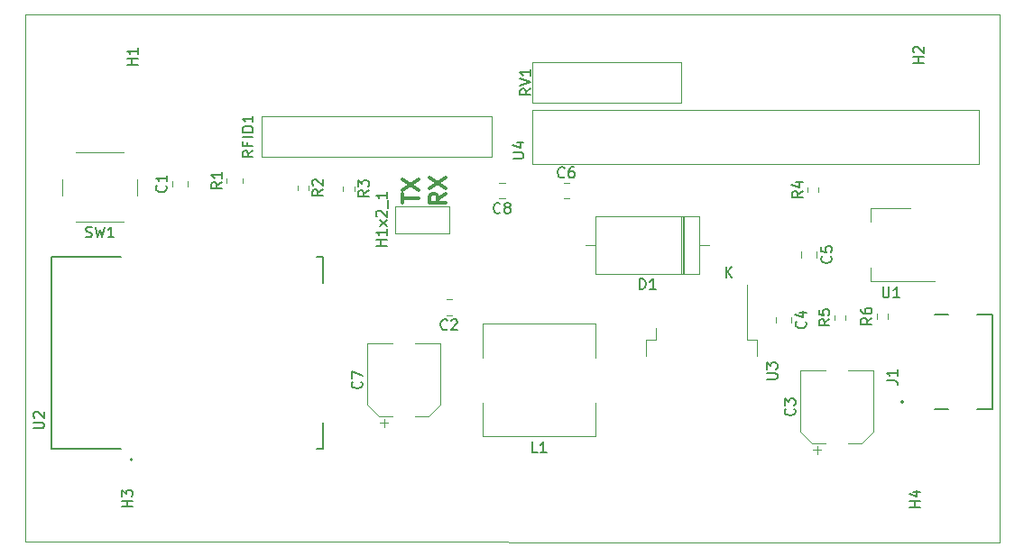
<source format=gbr>
%TF.GenerationSoftware,KiCad,Pcbnew,(6.0.8)*%
%TF.CreationDate,2022-12-01T23:18:13-05:00*%
%TF.ProjectId,HardwareDesign,48617264-7761-4726-9544-657369676e2e,1.0.*%
%TF.SameCoordinates,Original*%
%TF.FileFunction,Legend,Top*%
%TF.FilePolarity,Positive*%
%FSLAX46Y46*%
G04 Gerber Fmt 4.6, Leading zero omitted, Abs format (unit mm)*
G04 Created by KiCad (PCBNEW (6.0.8)) date 2022-12-01 23:18:13*
%MOMM*%
%LPD*%
G01*
G04 APERTURE LIST*
%TA.AperFunction,Profile*%
%ADD10C,0.100000*%
%TD*%
%ADD11C,0.300000*%
%ADD12C,0.150000*%
%ADD13C,0.120000*%
%ADD14C,0.127000*%
%ADD15C,0.200000*%
G04 APERTURE END LIST*
D10*
X119380000Y-74828400D02*
X119405400Y-124434600D01*
X119405400Y-124434600D02*
X210845400Y-124460000D01*
X210820000Y-74853800D02*
X119380000Y-74828400D01*
X210845400Y-124460000D02*
X210820000Y-74853800D01*
D11*
X158844371Y-91690000D02*
X158130085Y-92190000D01*
X158844371Y-92547142D02*
X157344371Y-92547142D01*
X157344371Y-91975714D01*
X157415800Y-91832857D01*
X157487228Y-91761428D01*
X157630085Y-91690000D01*
X157844371Y-91690000D01*
X157987228Y-91761428D01*
X158058657Y-91832857D01*
X158130085Y-91975714D01*
X158130085Y-92547142D01*
X157344371Y-91190000D02*
X158844371Y-90190000D01*
X157344371Y-90190000D02*
X158844371Y-91190000D01*
X154804371Y-92582857D02*
X154804371Y-91725714D01*
X156304371Y-92154285D02*
X154804371Y-92154285D01*
X154804371Y-91368571D02*
X156304371Y-90368571D01*
X154804371Y-90368571D02*
X156304371Y-91368571D01*
D12*
%TO.C,R3*%
X151640780Y-91403466D02*
X151164590Y-91736800D01*
X151640780Y-91974895D02*
X150640780Y-91974895D01*
X150640780Y-91593942D01*
X150688400Y-91498704D01*
X150736019Y-91451085D01*
X150831257Y-91403466D01*
X150974114Y-91403466D01*
X151069352Y-91451085D01*
X151116971Y-91498704D01*
X151164590Y-91593942D01*
X151164590Y-91974895D01*
X150640780Y-91070133D02*
X150640780Y-90451085D01*
X151021733Y-90784419D01*
X151021733Y-90641561D01*
X151069352Y-90546323D01*
X151116971Y-90498704D01*
X151212209Y-90451085D01*
X151450304Y-90451085D01*
X151545542Y-90498704D01*
X151593161Y-90546323D01*
X151640780Y-90641561D01*
X151640780Y-90927276D01*
X151593161Y-91022514D01*
X151545542Y-91070133D01*
%TO.C,U2*%
X120187380Y-113766904D02*
X120996904Y-113766904D01*
X121092142Y-113719285D01*
X121139761Y-113671666D01*
X121187380Y-113576428D01*
X121187380Y-113385952D01*
X121139761Y-113290714D01*
X121092142Y-113243095D01*
X120996904Y-113195476D01*
X120187380Y-113195476D01*
X120282619Y-112766904D02*
X120235000Y-112719285D01*
X120187380Y-112624047D01*
X120187380Y-112385952D01*
X120235000Y-112290714D01*
X120282619Y-112243095D01*
X120377857Y-112195476D01*
X120473095Y-112195476D01*
X120615952Y-112243095D01*
X121187380Y-112814523D01*
X121187380Y-112195476D01*
%TO.C,C5*%
X195000942Y-97601066D02*
X195048561Y-97648685D01*
X195096180Y-97791542D01*
X195096180Y-97886780D01*
X195048561Y-98029638D01*
X194953323Y-98124876D01*
X194858085Y-98172495D01*
X194667609Y-98220114D01*
X194524752Y-98220114D01*
X194334276Y-98172495D01*
X194239038Y-98124876D01*
X194143800Y-98029638D01*
X194096180Y-97886780D01*
X194096180Y-97791542D01*
X194143800Y-97648685D01*
X194191419Y-97601066D01*
X194096180Y-96696304D02*
X194096180Y-97172495D01*
X194572371Y-97220114D01*
X194524752Y-97172495D01*
X194477133Y-97077257D01*
X194477133Y-96839161D01*
X194524752Y-96743923D01*
X194572371Y-96696304D01*
X194667609Y-96648685D01*
X194905704Y-96648685D01*
X195000942Y-96696304D01*
X195048561Y-96743923D01*
X195096180Y-96839161D01*
X195096180Y-97077257D01*
X195048561Y-97172495D01*
X195000942Y-97220114D01*
%TO.C,H1x2_1*%
X153334980Y-96632400D02*
X152334980Y-96632400D01*
X152811171Y-96632400D02*
X152811171Y-96060971D01*
X153334980Y-96060971D02*
X152334980Y-96060971D01*
X153334980Y-95060971D02*
X153334980Y-95632400D01*
X153334980Y-95346685D02*
X152334980Y-95346685D01*
X152477838Y-95441923D01*
X152573076Y-95537161D01*
X152620695Y-95632400D01*
X153334980Y-94727638D02*
X152668314Y-94203828D01*
X152668314Y-94727638D02*
X153334980Y-94203828D01*
X152430219Y-93870495D02*
X152382600Y-93822876D01*
X152334980Y-93727638D01*
X152334980Y-93489542D01*
X152382600Y-93394304D01*
X152430219Y-93346685D01*
X152525457Y-93299066D01*
X152620695Y-93299066D01*
X152763552Y-93346685D01*
X153334980Y-93918114D01*
X153334980Y-93299066D01*
X153430219Y-93108590D02*
X153430219Y-92346685D01*
X153334980Y-91584780D02*
X153334980Y-92156209D01*
X153334980Y-91870495D02*
X152334980Y-91870495D01*
X152477838Y-91965733D01*
X152573076Y-92060971D01*
X152620695Y-92156209D01*
%TO.C,R2*%
X147348180Y-91327266D02*
X146871990Y-91660600D01*
X147348180Y-91898695D02*
X146348180Y-91898695D01*
X146348180Y-91517742D01*
X146395800Y-91422504D01*
X146443419Y-91374885D01*
X146538657Y-91327266D01*
X146681514Y-91327266D01*
X146776752Y-91374885D01*
X146824371Y-91422504D01*
X146871990Y-91517742D01*
X146871990Y-91898695D01*
X146443419Y-90946314D02*
X146395800Y-90898695D01*
X146348180Y-90803457D01*
X146348180Y-90565361D01*
X146395800Y-90470123D01*
X146443419Y-90422504D01*
X146538657Y-90374885D01*
X146633895Y-90374885D01*
X146776752Y-90422504D01*
X147348180Y-90993933D01*
X147348180Y-90374885D01*
%TO.C,U4*%
X165187380Y-88391904D02*
X165996904Y-88391904D01*
X166092142Y-88344285D01*
X166139761Y-88296666D01*
X166187380Y-88201428D01*
X166187380Y-88010952D01*
X166139761Y-87915714D01*
X166092142Y-87868095D01*
X165996904Y-87820476D01*
X165187380Y-87820476D01*
X165520714Y-86915714D02*
X166187380Y-86915714D01*
X165139761Y-87153809D02*
X165854047Y-87391904D01*
X165854047Y-86772857D01*
%TO.C,R6*%
X198844180Y-103392266D02*
X198367990Y-103725600D01*
X198844180Y-103963695D02*
X197844180Y-103963695D01*
X197844180Y-103582742D01*
X197891800Y-103487504D01*
X197939419Y-103439885D01*
X198034657Y-103392266D01*
X198177514Y-103392266D01*
X198272752Y-103439885D01*
X198320371Y-103487504D01*
X198367990Y-103582742D01*
X198367990Y-103963695D01*
X197844180Y-102535123D02*
X197844180Y-102725600D01*
X197891800Y-102820838D01*
X197939419Y-102868457D01*
X198082276Y-102963695D01*
X198272752Y-103011314D01*
X198653704Y-103011314D01*
X198748942Y-102963695D01*
X198796561Y-102916076D01*
X198844180Y-102820838D01*
X198844180Y-102630361D01*
X198796561Y-102535123D01*
X198748942Y-102487504D01*
X198653704Y-102439885D01*
X198415609Y-102439885D01*
X198320371Y-102487504D01*
X198272752Y-102535123D01*
X198225133Y-102630361D01*
X198225133Y-102820838D01*
X198272752Y-102916076D01*
X198320371Y-102963695D01*
X198415609Y-103011314D01*
%TO.C,R5*%
X194881780Y-103519266D02*
X194405590Y-103852600D01*
X194881780Y-104090695D02*
X193881780Y-104090695D01*
X193881780Y-103709742D01*
X193929400Y-103614504D01*
X193977019Y-103566885D01*
X194072257Y-103519266D01*
X194215114Y-103519266D01*
X194310352Y-103566885D01*
X194357971Y-103614504D01*
X194405590Y-103709742D01*
X194405590Y-104090695D01*
X193881780Y-102614504D02*
X193881780Y-103090695D01*
X194357971Y-103138314D01*
X194310352Y-103090695D01*
X194262733Y-102995457D01*
X194262733Y-102757361D01*
X194310352Y-102662123D01*
X194357971Y-102614504D01*
X194453209Y-102566885D01*
X194691304Y-102566885D01*
X194786542Y-102614504D01*
X194834161Y-102662123D01*
X194881780Y-102757361D01*
X194881780Y-102995457D01*
X194834161Y-103090695D01*
X194786542Y-103138314D01*
%TO.C,RFID1*%
X140787380Y-87693333D02*
X140311190Y-88026666D01*
X140787380Y-88264761D02*
X139787380Y-88264761D01*
X139787380Y-87883809D01*
X139835000Y-87788571D01*
X139882619Y-87740952D01*
X139977857Y-87693333D01*
X140120714Y-87693333D01*
X140215952Y-87740952D01*
X140263571Y-87788571D01*
X140311190Y-87883809D01*
X140311190Y-88264761D01*
X140263571Y-86931428D02*
X140263571Y-87264761D01*
X140787380Y-87264761D02*
X139787380Y-87264761D01*
X139787380Y-86788571D01*
X140787380Y-86407619D02*
X139787380Y-86407619D01*
X140787380Y-85931428D02*
X139787380Y-85931428D01*
X139787380Y-85693333D01*
X139835000Y-85550476D01*
X139930238Y-85455238D01*
X140025476Y-85407619D01*
X140215952Y-85360000D01*
X140358809Y-85360000D01*
X140549285Y-85407619D01*
X140644523Y-85455238D01*
X140739761Y-85550476D01*
X140787380Y-85693333D01*
X140787380Y-85931428D01*
X140787380Y-84407619D02*
X140787380Y-84979047D01*
X140787380Y-84693333D02*
X139787380Y-84693333D01*
X139930238Y-84788571D01*
X140025476Y-84883809D01*
X140073095Y-84979047D01*
%TO.C,L1*%
X167473333Y-116022380D02*
X166997142Y-116022380D01*
X166997142Y-115022380D01*
X168330476Y-116022380D02*
X167759047Y-116022380D01*
X168044761Y-116022380D02*
X168044761Y-115022380D01*
X167949523Y-115165238D01*
X167854285Y-115260476D01*
X167759047Y-115308095D01*
%TO.C,C6*%
X170013333Y-90117142D02*
X169965714Y-90164761D01*
X169822857Y-90212380D01*
X169727619Y-90212380D01*
X169584761Y-90164761D01*
X169489523Y-90069523D01*
X169441904Y-89974285D01*
X169394285Y-89783809D01*
X169394285Y-89640952D01*
X169441904Y-89450476D01*
X169489523Y-89355238D01*
X169584761Y-89260000D01*
X169727619Y-89212380D01*
X169822857Y-89212380D01*
X169965714Y-89260000D01*
X170013333Y-89307619D01*
X170870476Y-89212380D02*
X170680000Y-89212380D01*
X170584761Y-89260000D01*
X170537142Y-89307619D01*
X170441904Y-89450476D01*
X170394285Y-89640952D01*
X170394285Y-90021904D01*
X170441904Y-90117142D01*
X170489523Y-90164761D01*
X170584761Y-90212380D01*
X170775238Y-90212380D01*
X170870476Y-90164761D01*
X170918095Y-90117142D01*
X170965714Y-90021904D01*
X170965714Y-89783809D01*
X170918095Y-89688571D01*
X170870476Y-89640952D01*
X170775238Y-89593333D01*
X170584761Y-89593333D01*
X170489523Y-89640952D01*
X170441904Y-89688571D01*
X170394285Y-89783809D01*
%TO.C,H2*%
X203728980Y-79451104D02*
X202728980Y-79451104D01*
X203205171Y-79451104D02*
X203205171Y-78879676D01*
X203728980Y-78879676D02*
X202728980Y-78879676D01*
X202824219Y-78451104D02*
X202776600Y-78403485D01*
X202728980Y-78308247D01*
X202728980Y-78070152D01*
X202776600Y-77974914D01*
X202824219Y-77927295D01*
X202919457Y-77879676D01*
X203014695Y-77879676D01*
X203157552Y-77927295D01*
X203728980Y-78498723D01*
X203728980Y-77879676D01*
%TO.C,H4*%
X203398780Y-121183304D02*
X202398780Y-121183304D01*
X202874971Y-121183304D02*
X202874971Y-120611876D01*
X203398780Y-120611876D02*
X202398780Y-120611876D01*
X202732114Y-119707114D02*
X203398780Y-119707114D01*
X202351161Y-119945209D02*
X203065447Y-120183304D01*
X203065447Y-119564257D01*
%TO.C,H1*%
X129966580Y-79603504D02*
X128966580Y-79603504D01*
X129442771Y-79603504D02*
X129442771Y-79032076D01*
X129966580Y-79032076D02*
X128966580Y-79032076D01*
X129966580Y-78032076D02*
X129966580Y-78603504D01*
X129966580Y-78317790D02*
X128966580Y-78317790D01*
X129109438Y-78413028D01*
X129204676Y-78508266D01*
X129252295Y-78603504D01*
%TO.C,SW1*%
X125082466Y-95764561D02*
X125225323Y-95812180D01*
X125463419Y-95812180D01*
X125558657Y-95764561D01*
X125606276Y-95716942D01*
X125653895Y-95621704D01*
X125653895Y-95526466D01*
X125606276Y-95431228D01*
X125558657Y-95383609D01*
X125463419Y-95335990D01*
X125272942Y-95288371D01*
X125177704Y-95240752D01*
X125130085Y-95193133D01*
X125082466Y-95097895D01*
X125082466Y-95002657D01*
X125130085Y-94907419D01*
X125177704Y-94859800D01*
X125272942Y-94812180D01*
X125511038Y-94812180D01*
X125653895Y-94859800D01*
X125987228Y-94812180D02*
X126225323Y-95812180D01*
X126415800Y-95097895D01*
X126606276Y-95812180D01*
X126844371Y-94812180D01*
X127749133Y-95812180D02*
X127177704Y-95812180D01*
X127463419Y-95812180D02*
X127463419Y-94812180D01*
X127368180Y-94955038D01*
X127272942Y-95050276D01*
X127177704Y-95097895D01*
%TO.C,C3*%
X191587142Y-111926666D02*
X191634761Y-111974285D01*
X191682380Y-112117142D01*
X191682380Y-112212380D01*
X191634761Y-112355238D01*
X191539523Y-112450476D01*
X191444285Y-112498095D01*
X191253809Y-112545714D01*
X191110952Y-112545714D01*
X190920476Y-112498095D01*
X190825238Y-112450476D01*
X190730000Y-112355238D01*
X190682380Y-112212380D01*
X190682380Y-112117142D01*
X190730000Y-111974285D01*
X190777619Y-111926666D01*
X190682380Y-111593333D02*
X190682380Y-110974285D01*
X191063333Y-111307619D01*
X191063333Y-111164761D01*
X191110952Y-111069523D01*
X191158571Y-111021904D01*
X191253809Y-110974285D01*
X191491904Y-110974285D01*
X191587142Y-111021904D01*
X191634761Y-111069523D01*
X191682380Y-111164761D01*
X191682380Y-111450476D01*
X191634761Y-111545714D01*
X191587142Y-111593333D01*
%TO.C,C7*%
X150947142Y-109386666D02*
X150994761Y-109434285D01*
X151042380Y-109577142D01*
X151042380Y-109672380D01*
X150994761Y-109815238D01*
X150899523Y-109910476D01*
X150804285Y-109958095D01*
X150613809Y-110005714D01*
X150470952Y-110005714D01*
X150280476Y-109958095D01*
X150185238Y-109910476D01*
X150090000Y-109815238D01*
X150042380Y-109672380D01*
X150042380Y-109577142D01*
X150090000Y-109434285D01*
X150137619Y-109386666D01*
X150042380Y-109053333D02*
X150042380Y-108386666D01*
X151042380Y-108815238D01*
%TO.C,C4*%
X192613342Y-103722466D02*
X192660961Y-103770085D01*
X192708580Y-103912942D01*
X192708580Y-104008180D01*
X192660961Y-104151038D01*
X192565723Y-104246276D01*
X192470485Y-104293895D01*
X192280009Y-104341514D01*
X192137152Y-104341514D01*
X191946676Y-104293895D01*
X191851438Y-104246276D01*
X191756200Y-104151038D01*
X191708580Y-104008180D01*
X191708580Y-103912942D01*
X191756200Y-103770085D01*
X191803819Y-103722466D01*
X192041914Y-102865323D02*
X192708580Y-102865323D01*
X191660961Y-103103419D02*
X192375247Y-103341514D01*
X192375247Y-102722466D01*
%TO.C,RV1*%
X166847780Y-81849838D02*
X166371590Y-82183171D01*
X166847780Y-82421266D02*
X165847780Y-82421266D01*
X165847780Y-82040314D01*
X165895400Y-81945076D01*
X165943019Y-81897457D01*
X166038257Y-81849838D01*
X166181114Y-81849838D01*
X166276352Y-81897457D01*
X166323971Y-81945076D01*
X166371590Y-82040314D01*
X166371590Y-82421266D01*
X165847780Y-81564123D02*
X166847780Y-81230790D01*
X165847780Y-80897457D01*
X166847780Y-80040314D02*
X166847780Y-80611742D01*
X166847780Y-80326028D02*
X165847780Y-80326028D01*
X165990638Y-80421266D01*
X166085876Y-80516504D01*
X166133495Y-80611742D01*
%TO.C,R4*%
X192367180Y-91505066D02*
X191890990Y-91838400D01*
X192367180Y-92076495D02*
X191367180Y-92076495D01*
X191367180Y-91695542D01*
X191414800Y-91600304D01*
X191462419Y-91552685D01*
X191557657Y-91505066D01*
X191700514Y-91505066D01*
X191795752Y-91552685D01*
X191843371Y-91600304D01*
X191890990Y-91695542D01*
X191890990Y-92076495D01*
X191700514Y-90647923D02*
X192367180Y-90647923D01*
X191319561Y-90886019D02*
X192033847Y-91124114D01*
X192033847Y-90505066D01*
%TO.C,D1*%
X177061904Y-100692380D02*
X177061904Y-99692380D01*
X177300000Y-99692380D01*
X177442857Y-99740000D01*
X177538095Y-99835238D01*
X177585714Y-99930476D01*
X177633333Y-100120952D01*
X177633333Y-100263809D01*
X177585714Y-100454285D01*
X177538095Y-100549523D01*
X177442857Y-100644761D01*
X177300000Y-100692380D01*
X177061904Y-100692380D01*
X178585714Y-100692380D02*
X178014285Y-100692380D01*
X178300000Y-100692380D02*
X178300000Y-99692380D01*
X178204761Y-99835238D01*
X178109523Y-99930476D01*
X178014285Y-99978095D01*
X185158095Y-99572380D02*
X185158095Y-98572380D01*
X185729523Y-99572380D02*
X185300952Y-99000952D01*
X185729523Y-98572380D02*
X185158095Y-99143809D01*
%TO.C,H3*%
X129483980Y-121132504D02*
X128483980Y-121132504D01*
X128960171Y-121132504D02*
X128960171Y-120561076D01*
X129483980Y-120561076D02*
X128483980Y-120561076D01*
X128483980Y-120180123D02*
X128483980Y-119561076D01*
X128864933Y-119894409D01*
X128864933Y-119751552D01*
X128912552Y-119656314D01*
X128960171Y-119608695D01*
X129055409Y-119561076D01*
X129293504Y-119561076D01*
X129388742Y-119608695D01*
X129436361Y-119656314D01*
X129483980Y-119751552D01*
X129483980Y-120037266D01*
X129436361Y-120132504D01*
X129388742Y-120180123D01*
%TO.C,C1*%
X132585942Y-90946266D02*
X132633561Y-90993885D01*
X132681180Y-91136742D01*
X132681180Y-91231980D01*
X132633561Y-91374838D01*
X132538323Y-91470076D01*
X132443085Y-91517695D01*
X132252609Y-91565314D01*
X132109752Y-91565314D01*
X131919276Y-91517695D01*
X131824038Y-91470076D01*
X131728800Y-91374838D01*
X131681180Y-91231980D01*
X131681180Y-91136742D01*
X131728800Y-90993885D01*
X131776419Y-90946266D01*
X132681180Y-89993885D02*
X132681180Y-90565314D01*
X132681180Y-90279600D02*
X131681180Y-90279600D01*
X131824038Y-90374838D01*
X131919276Y-90470076D01*
X131966895Y-90565314D01*
%TO.C,J1*%
X200248880Y-109251133D02*
X200963166Y-109251133D01*
X201106023Y-109298752D01*
X201201261Y-109393990D01*
X201248880Y-109536847D01*
X201248880Y-109632085D01*
X201248880Y-108251133D02*
X201248880Y-108822561D01*
X201248880Y-108536847D02*
X200248880Y-108536847D01*
X200391738Y-108632085D01*
X200486976Y-108727323D01*
X200534595Y-108822561D01*
%TO.C,C2*%
X159015133Y-104424542D02*
X158967514Y-104472161D01*
X158824657Y-104519780D01*
X158729419Y-104519780D01*
X158586561Y-104472161D01*
X158491323Y-104376923D01*
X158443704Y-104281685D01*
X158396085Y-104091209D01*
X158396085Y-103948352D01*
X158443704Y-103757876D01*
X158491323Y-103662638D01*
X158586561Y-103567400D01*
X158729419Y-103519780D01*
X158824657Y-103519780D01*
X158967514Y-103567400D01*
X159015133Y-103615019D01*
X159396085Y-103615019D02*
X159443704Y-103567400D01*
X159538942Y-103519780D01*
X159777038Y-103519780D01*
X159872276Y-103567400D01*
X159919895Y-103615019D01*
X159967514Y-103710257D01*
X159967514Y-103805495D01*
X159919895Y-103948352D01*
X159348466Y-104519780D01*
X159967514Y-104519780D01*
%TO.C,R1*%
X137867380Y-90641466D02*
X137391190Y-90974800D01*
X137867380Y-91212895D02*
X136867380Y-91212895D01*
X136867380Y-90831942D01*
X136915000Y-90736704D01*
X136962619Y-90689085D01*
X137057857Y-90641466D01*
X137200714Y-90641466D01*
X137295952Y-90689085D01*
X137343571Y-90736704D01*
X137391190Y-90831942D01*
X137391190Y-91212895D01*
X137867380Y-89689085D02*
X137867380Y-90260514D01*
X137867380Y-89974800D02*
X136867380Y-89974800D01*
X137010238Y-90070038D01*
X137105476Y-90165276D01*
X137153095Y-90260514D01*
%TO.C,C8*%
X163983333Y-93477142D02*
X163935714Y-93524761D01*
X163792857Y-93572380D01*
X163697619Y-93572380D01*
X163554761Y-93524761D01*
X163459523Y-93429523D01*
X163411904Y-93334285D01*
X163364285Y-93143809D01*
X163364285Y-93000952D01*
X163411904Y-92810476D01*
X163459523Y-92715238D01*
X163554761Y-92620000D01*
X163697619Y-92572380D01*
X163792857Y-92572380D01*
X163935714Y-92620000D01*
X163983333Y-92667619D01*
X164554761Y-93000952D02*
X164459523Y-92953333D01*
X164411904Y-92905714D01*
X164364285Y-92810476D01*
X164364285Y-92762857D01*
X164411904Y-92667619D01*
X164459523Y-92620000D01*
X164554761Y-92572380D01*
X164745238Y-92572380D01*
X164840476Y-92620000D01*
X164888095Y-92667619D01*
X164935714Y-92762857D01*
X164935714Y-92810476D01*
X164888095Y-92905714D01*
X164840476Y-92953333D01*
X164745238Y-93000952D01*
X164554761Y-93000952D01*
X164459523Y-93048571D01*
X164411904Y-93096190D01*
X164364285Y-93191428D01*
X164364285Y-93381904D01*
X164411904Y-93477142D01*
X164459523Y-93524761D01*
X164554761Y-93572380D01*
X164745238Y-93572380D01*
X164840476Y-93524761D01*
X164888095Y-93477142D01*
X164935714Y-93381904D01*
X164935714Y-93191428D01*
X164888095Y-93096190D01*
X164840476Y-93048571D01*
X164745238Y-93000952D01*
%TO.C,U1*%
X199898095Y-100472380D02*
X199898095Y-101281904D01*
X199945714Y-101377142D01*
X199993333Y-101424761D01*
X200088571Y-101472380D01*
X200279047Y-101472380D01*
X200374285Y-101424761D01*
X200421904Y-101377142D01*
X200469523Y-101281904D01*
X200469523Y-100472380D01*
X201469523Y-101472380D02*
X200898095Y-101472380D01*
X201183809Y-101472380D02*
X201183809Y-100472380D01*
X201088571Y-100615238D01*
X200993333Y-100710476D01*
X200898095Y-100758095D01*
%TO.C,U3*%
X188982380Y-109146904D02*
X189791904Y-109146904D01*
X189887142Y-109099285D01*
X189934761Y-109051666D01*
X189982380Y-108956428D01*
X189982380Y-108765952D01*
X189934761Y-108670714D01*
X189887142Y-108623095D01*
X189791904Y-108575476D01*
X188982380Y-108575476D01*
X188982380Y-108194523D02*
X188982380Y-107575476D01*
X189363333Y-107908809D01*
X189363333Y-107765952D01*
X189410952Y-107670714D01*
X189458571Y-107623095D01*
X189553809Y-107575476D01*
X189791904Y-107575476D01*
X189887142Y-107623095D01*
X189934761Y-107670714D01*
X189982380Y-107765952D01*
X189982380Y-108051666D01*
X189934761Y-108146904D01*
X189887142Y-108194523D01*
D13*
%TO.C,R3*%
X150280900Y-90999542D02*
X150280900Y-91474058D01*
X149235900Y-90999542D02*
X149235900Y-91474058D01*
D14*
%TO.C,U2*%
X147370000Y-97680000D02*
X146720000Y-97680000D01*
X147370000Y-115680000D02*
X147370000Y-113230000D01*
X147370000Y-100130000D02*
X147370000Y-97680000D01*
X121870000Y-97680000D02*
X128370000Y-97680000D01*
X146720000Y-115680000D02*
X147370000Y-115680000D01*
X128370000Y-115680000D02*
X121870000Y-115680000D01*
X121870000Y-115680000D02*
X121870000Y-97680000D01*
D15*
X129470000Y-116680000D02*
G75*
G03*
X129470000Y-116680000I-100000J0D01*
G01*
D13*
%TO.C,C5*%
X193698800Y-97173148D02*
X193698800Y-97695652D01*
X192228800Y-97173148D02*
X192228800Y-97695652D01*
%TO.C,H1x2_1*%
X154152600Y-95402400D02*
X159232600Y-95402400D01*
X159232600Y-95402400D02*
X159232600Y-92862400D01*
X159232600Y-92862400D02*
X154152600Y-92862400D01*
X154152600Y-92862400D02*
X154152600Y-95402400D01*
%TO.C,R2*%
X144943300Y-90923342D02*
X144943300Y-91397858D01*
X145988300Y-90923342D02*
X145988300Y-91397858D01*
%TO.C,U4*%
X167005000Y-88900000D02*
X208915000Y-88900000D01*
X208915000Y-88900000D02*
X208915000Y-83820000D01*
X208915000Y-83820000D02*
X167005000Y-83820000D01*
X167005000Y-83820000D02*
X167005000Y-88900000D01*
%TO.C,R6*%
X200344300Y-103462858D02*
X200344300Y-102988342D01*
X199299300Y-103462858D02*
X199299300Y-102988342D01*
%TO.C,R5*%
X196381900Y-103589858D02*
X196381900Y-103115342D01*
X195336900Y-103589858D02*
X195336900Y-103115342D01*
%TO.C,RFID1*%
X141605000Y-88265000D02*
X163195000Y-88265000D01*
X163195000Y-88265000D02*
X163195000Y-84455000D01*
X163195000Y-84455000D02*
X141605000Y-84455000D01*
X141605000Y-84455000D02*
X141605000Y-88265000D01*
%TO.C,L1*%
X172940000Y-114520000D02*
X162340000Y-114520000D01*
X162340000Y-114520000D02*
X162340000Y-111320000D01*
X172940000Y-103920000D02*
X172940000Y-107120000D01*
X172940000Y-111320000D02*
X172940000Y-114520000D01*
X162340000Y-103920000D02*
X172940000Y-103920000D01*
X162340000Y-107120000D02*
X162340000Y-103920000D01*
%TO.C,C6*%
X169918748Y-92175000D02*
X170441252Y-92175000D01*
X169918748Y-90705000D02*
X170441252Y-90705000D01*
%TO.C,SW1*%
X128665800Y-87859800D02*
X124165800Y-87859800D01*
X124165800Y-94359800D02*
X128665800Y-94359800D01*
X122915800Y-90359800D02*
X122915800Y-91859800D01*
X129915800Y-91859800D02*
X129915800Y-90359800D01*
%TO.C,C3*%
X193234437Y-115170000D02*
X192170000Y-114105563D01*
X193234437Y-115170000D02*
X194520000Y-115170000D01*
X197925563Y-115170000D02*
X198990000Y-114105563D01*
X198990000Y-108350000D02*
X196640000Y-108350000D01*
X192170000Y-114105563D02*
X192170000Y-108350000D01*
X197925563Y-115170000D02*
X196640000Y-115170000D01*
X193338750Y-115803750D02*
X194126250Y-115803750D01*
X193732500Y-116197500D02*
X193732500Y-115410000D01*
X192170000Y-108350000D02*
X194520000Y-108350000D01*
X198990000Y-114105563D02*
X198990000Y-108350000D01*
%TO.C,C7*%
X152594437Y-112630000D02*
X153880000Y-112630000D01*
X157285563Y-112630000D02*
X156000000Y-112630000D01*
X158350000Y-111565563D02*
X158350000Y-105810000D01*
X158350000Y-105810000D02*
X156000000Y-105810000D01*
X152594437Y-112630000D02*
X151530000Y-111565563D01*
X151530000Y-111565563D02*
X151530000Y-105810000D01*
X152698750Y-113263750D02*
X153486250Y-113263750D01*
X151530000Y-105810000D02*
X153880000Y-105810000D01*
X153092500Y-113657500D02*
X153092500Y-112870000D01*
X157285563Y-112630000D02*
X158350000Y-111565563D01*
%TO.C,C4*%
X191311200Y-103294548D02*
X191311200Y-103817052D01*
X189841200Y-103294548D02*
X189841200Y-103817052D01*
%TO.C,RV1*%
X167030400Y-79349600D02*
X181000400Y-79349600D01*
X167030400Y-83159600D02*
X167030400Y-79349600D01*
X181000400Y-83159600D02*
X167030400Y-83159600D01*
X181000400Y-79349600D02*
X181000400Y-83159600D01*
%TO.C,R4*%
X193867300Y-91575658D02*
X193867300Y-91101142D01*
X192822300Y-91575658D02*
X192822300Y-91101142D01*
%TO.C,D1*%
X183580000Y-96520000D02*
X182670000Y-96520000D01*
X181245000Y-99240000D02*
X181245000Y-93800000D01*
X182670000Y-99240000D02*
X182670000Y-93800000D01*
X172930000Y-93800000D02*
X172930000Y-99240000D01*
X172930000Y-99240000D02*
X182670000Y-99240000D01*
X181005000Y-99240000D02*
X181005000Y-93800000D01*
X172020000Y-96520000D02*
X172930000Y-96520000D01*
X182670000Y-93800000D02*
X172930000Y-93800000D01*
X181125000Y-99240000D02*
X181125000Y-93800000D01*
%TO.C,C1*%
X133173800Y-91040852D02*
X133173800Y-90518348D01*
X134643800Y-91040852D02*
X134643800Y-90518348D01*
D15*
%TO.C,J1*%
X210211500Y-103022800D02*
X208721500Y-103022800D01*
X208721500Y-111962800D02*
X210211500Y-111962800D01*
X204791500Y-111962800D02*
X206001500Y-111962800D01*
X204791500Y-103022800D02*
X206001500Y-103022800D01*
X210211500Y-111962800D02*
X210211500Y-103022800D01*
X201801500Y-111272800D02*
G75*
G03*
X201801500Y-111272800I-100000J0D01*
G01*
D13*
%TO.C,C2*%
X159443052Y-101652400D02*
X158920548Y-101652400D01*
X159443052Y-103122400D02*
X158920548Y-103122400D01*
%TO.C,R1*%
X139800000Y-90701864D02*
X139800000Y-90247736D01*
X138330000Y-90701864D02*
X138330000Y-90247736D01*
%TO.C,C8*%
X164411252Y-92175000D02*
X163888748Y-92175000D01*
X164411252Y-90705000D02*
X163888748Y-90705000D01*
%TO.C,U1*%
X204760000Y-99930000D02*
X198750000Y-99930000D01*
X198750000Y-99930000D02*
X198750000Y-98670000D01*
X202510000Y-93110000D02*
X198750000Y-93110000D01*
X198750000Y-93110000D02*
X198750000Y-94370000D01*
%TO.C,U3*%
X188080000Y-105435000D02*
X187130000Y-105435000D01*
X178630000Y-105435000D02*
X178630000Y-104335000D01*
X177680000Y-105435000D02*
X178630000Y-105435000D01*
X187130000Y-105435000D02*
X187130000Y-100310000D01*
X188080000Y-106935000D02*
X188080000Y-105435000D01*
X177680000Y-106935000D02*
X177680000Y-105435000D01*
%TD*%
M02*

</source>
